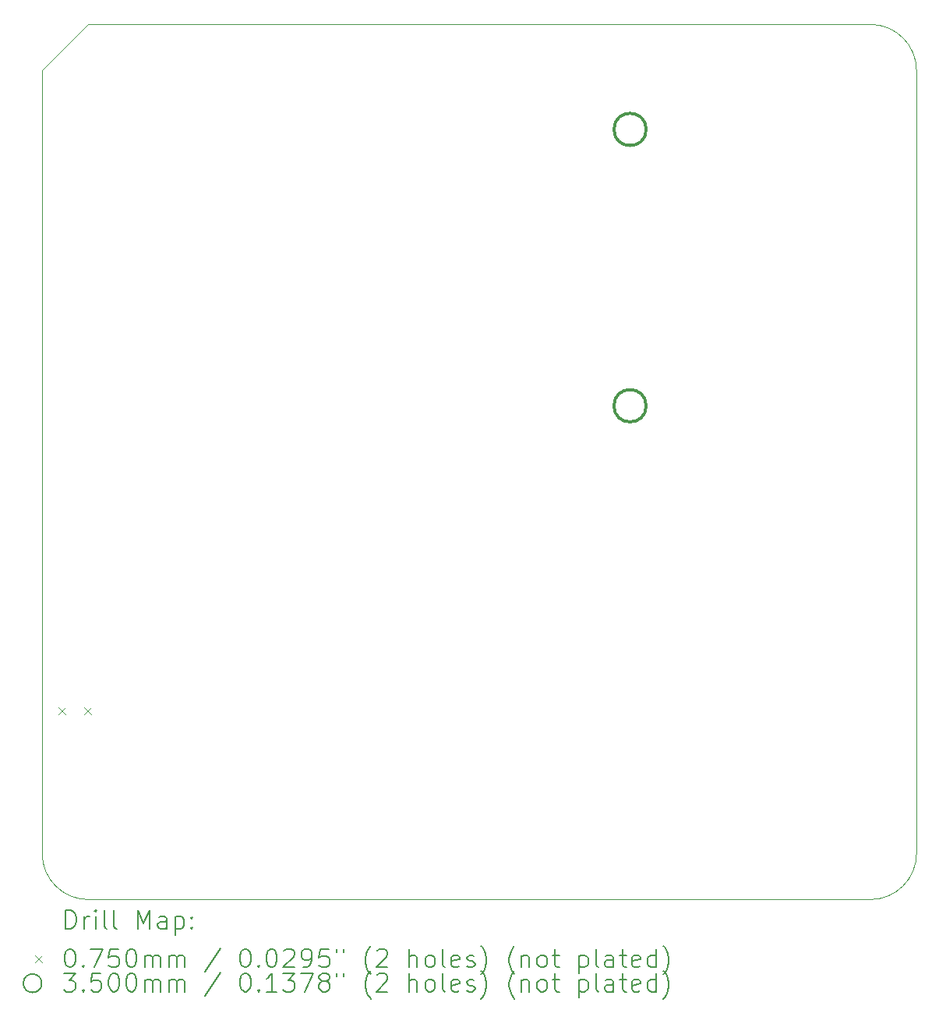
<source format=gbr>
%TF.GenerationSoftware,KiCad,Pcbnew,7.0.7*%
%TF.CreationDate,2024-05-08T11:13:58-07:00*%
%TF.ProjectId,Final_Project_Sutton_Yazzolino,46696e61-6c5f-4507-926f-6a6563745f53,rev?*%
%TF.SameCoordinates,Original*%
%TF.FileFunction,Drillmap*%
%TF.FilePolarity,Positive*%
%FSLAX45Y45*%
G04 Gerber Fmt 4.5, Leading zero omitted, Abs format (unit mm)*
G04 Created by KiCad (PCBNEW 7.0.7) date 2024-05-08 11:13:58*
%MOMM*%
%LPD*%
G01*
G04 APERTURE LIST*
%ADD10C,0.100000*%
%ADD11C,0.200000*%
%ADD12C,0.075000*%
%ADD13C,0.350000*%
G04 APERTURE END LIST*
D10*
X19000000Y-5000000D02*
X10500000Y-5000000D01*
X19500000Y-5500000D02*
G75*
G03*
X19000000Y-5000000I-500000J0D01*
G01*
X10500000Y-5000000D02*
X10000000Y-5500000D01*
X19500000Y-14000000D02*
X19500000Y-5500000D01*
X19000000Y-14500000D02*
G75*
G03*
X19500000Y-14000000I0J500000D01*
G01*
X10000000Y-14000000D02*
G75*
G03*
X10500000Y-14500000I500000J0D01*
G01*
X10000000Y-5500000D02*
X10000000Y-14000000D01*
X10500000Y-14500000D02*
X19000000Y-14500000D01*
D11*
D12*
X10180000Y-12415000D02*
X10255000Y-12490000D01*
X10255000Y-12415000D02*
X10180000Y-12490000D01*
X10455000Y-12415000D02*
X10530000Y-12490000D01*
X10530000Y-12415000D02*
X10455000Y-12490000D01*
D13*
X16562500Y-6140000D02*
G75*
G03*
X16562500Y-6140000I-175000J0D01*
G01*
X16562500Y-9140000D02*
G75*
G03*
X16562500Y-9140000I-175000J0D01*
G01*
D11*
X10255777Y-14816484D02*
X10255777Y-14616484D01*
X10255777Y-14616484D02*
X10303396Y-14616484D01*
X10303396Y-14616484D02*
X10331967Y-14626008D01*
X10331967Y-14626008D02*
X10351015Y-14645055D01*
X10351015Y-14645055D02*
X10360539Y-14664103D01*
X10360539Y-14664103D02*
X10370063Y-14702198D01*
X10370063Y-14702198D02*
X10370063Y-14730769D01*
X10370063Y-14730769D02*
X10360539Y-14768865D01*
X10360539Y-14768865D02*
X10351015Y-14787912D01*
X10351015Y-14787912D02*
X10331967Y-14806960D01*
X10331967Y-14806960D02*
X10303396Y-14816484D01*
X10303396Y-14816484D02*
X10255777Y-14816484D01*
X10455777Y-14816484D02*
X10455777Y-14683150D01*
X10455777Y-14721246D02*
X10465301Y-14702198D01*
X10465301Y-14702198D02*
X10474824Y-14692674D01*
X10474824Y-14692674D02*
X10493872Y-14683150D01*
X10493872Y-14683150D02*
X10512920Y-14683150D01*
X10579586Y-14816484D02*
X10579586Y-14683150D01*
X10579586Y-14616484D02*
X10570063Y-14626008D01*
X10570063Y-14626008D02*
X10579586Y-14635531D01*
X10579586Y-14635531D02*
X10589110Y-14626008D01*
X10589110Y-14626008D02*
X10579586Y-14616484D01*
X10579586Y-14616484D02*
X10579586Y-14635531D01*
X10703396Y-14816484D02*
X10684348Y-14806960D01*
X10684348Y-14806960D02*
X10674824Y-14787912D01*
X10674824Y-14787912D02*
X10674824Y-14616484D01*
X10808158Y-14816484D02*
X10789110Y-14806960D01*
X10789110Y-14806960D02*
X10779586Y-14787912D01*
X10779586Y-14787912D02*
X10779586Y-14616484D01*
X11036729Y-14816484D02*
X11036729Y-14616484D01*
X11036729Y-14616484D02*
X11103396Y-14759341D01*
X11103396Y-14759341D02*
X11170063Y-14616484D01*
X11170063Y-14616484D02*
X11170063Y-14816484D01*
X11351015Y-14816484D02*
X11351015Y-14711722D01*
X11351015Y-14711722D02*
X11341491Y-14692674D01*
X11341491Y-14692674D02*
X11322443Y-14683150D01*
X11322443Y-14683150D02*
X11284348Y-14683150D01*
X11284348Y-14683150D02*
X11265301Y-14692674D01*
X11351015Y-14806960D02*
X11331967Y-14816484D01*
X11331967Y-14816484D02*
X11284348Y-14816484D01*
X11284348Y-14816484D02*
X11265301Y-14806960D01*
X11265301Y-14806960D02*
X11255777Y-14787912D01*
X11255777Y-14787912D02*
X11255777Y-14768865D01*
X11255777Y-14768865D02*
X11265301Y-14749817D01*
X11265301Y-14749817D02*
X11284348Y-14740293D01*
X11284348Y-14740293D02*
X11331967Y-14740293D01*
X11331967Y-14740293D02*
X11351015Y-14730769D01*
X11446253Y-14683150D02*
X11446253Y-14883150D01*
X11446253Y-14692674D02*
X11465301Y-14683150D01*
X11465301Y-14683150D02*
X11503396Y-14683150D01*
X11503396Y-14683150D02*
X11522443Y-14692674D01*
X11522443Y-14692674D02*
X11531967Y-14702198D01*
X11531967Y-14702198D02*
X11541491Y-14721246D01*
X11541491Y-14721246D02*
X11541491Y-14778388D01*
X11541491Y-14778388D02*
X11531967Y-14797436D01*
X11531967Y-14797436D02*
X11522443Y-14806960D01*
X11522443Y-14806960D02*
X11503396Y-14816484D01*
X11503396Y-14816484D02*
X11465301Y-14816484D01*
X11465301Y-14816484D02*
X11446253Y-14806960D01*
X11627205Y-14797436D02*
X11636729Y-14806960D01*
X11636729Y-14806960D02*
X11627205Y-14816484D01*
X11627205Y-14816484D02*
X11617682Y-14806960D01*
X11617682Y-14806960D02*
X11627205Y-14797436D01*
X11627205Y-14797436D02*
X11627205Y-14816484D01*
X11627205Y-14692674D02*
X11636729Y-14702198D01*
X11636729Y-14702198D02*
X11627205Y-14711722D01*
X11627205Y-14711722D02*
X11617682Y-14702198D01*
X11617682Y-14702198D02*
X11627205Y-14692674D01*
X11627205Y-14692674D02*
X11627205Y-14711722D01*
D12*
X9920000Y-15107500D02*
X9995000Y-15182500D01*
X9995000Y-15107500D02*
X9920000Y-15182500D01*
D11*
X10293872Y-15036484D02*
X10312920Y-15036484D01*
X10312920Y-15036484D02*
X10331967Y-15046008D01*
X10331967Y-15046008D02*
X10341491Y-15055531D01*
X10341491Y-15055531D02*
X10351015Y-15074579D01*
X10351015Y-15074579D02*
X10360539Y-15112674D01*
X10360539Y-15112674D02*
X10360539Y-15160293D01*
X10360539Y-15160293D02*
X10351015Y-15198388D01*
X10351015Y-15198388D02*
X10341491Y-15217436D01*
X10341491Y-15217436D02*
X10331967Y-15226960D01*
X10331967Y-15226960D02*
X10312920Y-15236484D01*
X10312920Y-15236484D02*
X10293872Y-15236484D01*
X10293872Y-15236484D02*
X10274824Y-15226960D01*
X10274824Y-15226960D02*
X10265301Y-15217436D01*
X10265301Y-15217436D02*
X10255777Y-15198388D01*
X10255777Y-15198388D02*
X10246253Y-15160293D01*
X10246253Y-15160293D02*
X10246253Y-15112674D01*
X10246253Y-15112674D02*
X10255777Y-15074579D01*
X10255777Y-15074579D02*
X10265301Y-15055531D01*
X10265301Y-15055531D02*
X10274824Y-15046008D01*
X10274824Y-15046008D02*
X10293872Y-15036484D01*
X10446253Y-15217436D02*
X10455777Y-15226960D01*
X10455777Y-15226960D02*
X10446253Y-15236484D01*
X10446253Y-15236484D02*
X10436729Y-15226960D01*
X10436729Y-15226960D02*
X10446253Y-15217436D01*
X10446253Y-15217436D02*
X10446253Y-15236484D01*
X10522444Y-15036484D02*
X10655777Y-15036484D01*
X10655777Y-15036484D02*
X10570063Y-15236484D01*
X10827205Y-15036484D02*
X10731967Y-15036484D01*
X10731967Y-15036484D02*
X10722444Y-15131722D01*
X10722444Y-15131722D02*
X10731967Y-15122198D01*
X10731967Y-15122198D02*
X10751015Y-15112674D01*
X10751015Y-15112674D02*
X10798634Y-15112674D01*
X10798634Y-15112674D02*
X10817682Y-15122198D01*
X10817682Y-15122198D02*
X10827205Y-15131722D01*
X10827205Y-15131722D02*
X10836729Y-15150769D01*
X10836729Y-15150769D02*
X10836729Y-15198388D01*
X10836729Y-15198388D02*
X10827205Y-15217436D01*
X10827205Y-15217436D02*
X10817682Y-15226960D01*
X10817682Y-15226960D02*
X10798634Y-15236484D01*
X10798634Y-15236484D02*
X10751015Y-15236484D01*
X10751015Y-15236484D02*
X10731967Y-15226960D01*
X10731967Y-15226960D02*
X10722444Y-15217436D01*
X10960539Y-15036484D02*
X10979586Y-15036484D01*
X10979586Y-15036484D02*
X10998634Y-15046008D01*
X10998634Y-15046008D02*
X11008158Y-15055531D01*
X11008158Y-15055531D02*
X11017682Y-15074579D01*
X11017682Y-15074579D02*
X11027205Y-15112674D01*
X11027205Y-15112674D02*
X11027205Y-15160293D01*
X11027205Y-15160293D02*
X11017682Y-15198388D01*
X11017682Y-15198388D02*
X11008158Y-15217436D01*
X11008158Y-15217436D02*
X10998634Y-15226960D01*
X10998634Y-15226960D02*
X10979586Y-15236484D01*
X10979586Y-15236484D02*
X10960539Y-15236484D01*
X10960539Y-15236484D02*
X10941491Y-15226960D01*
X10941491Y-15226960D02*
X10931967Y-15217436D01*
X10931967Y-15217436D02*
X10922444Y-15198388D01*
X10922444Y-15198388D02*
X10912920Y-15160293D01*
X10912920Y-15160293D02*
X10912920Y-15112674D01*
X10912920Y-15112674D02*
X10922444Y-15074579D01*
X10922444Y-15074579D02*
X10931967Y-15055531D01*
X10931967Y-15055531D02*
X10941491Y-15046008D01*
X10941491Y-15046008D02*
X10960539Y-15036484D01*
X11112920Y-15236484D02*
X11112920Y-15103150D01*
X11112920Y-15122198D02*
X11122444Y-15112674D01*
X11122444Y-15112674D02*
X11141491Y-15103150D01*
X11141491Y-15103150D02*
X11170063Y-15103150D01*
X11170063Y-15103150D02*
X11189110Y-15112674D01*
X11189110Y-15112674D02*
X11198634Y-15131722D01*
X11198634Y-15131722D02*
X11198634Y-15236484D01*
X11198634Y-15131722D02*
X11208158Y-15112674D01*
X11208158Y-15112674D02*
X11227205Y-15103150D01*
X11227205Y-15103150D02*
X11255777Y-15103150D01*
X11255777Y-15103150D02*
X11274824Y-15112674D01*
X11274824Y-15112674D02*
X11284348Y-15131722D01*
X11284348Y-15131722D02*
X11284348Y-15236484D01*
X11379586Y-15236484D02*
X11379586Y-15103150D01*
X11379586Y-15122198D02*
X11389110Y-15112674D01*
X11389110Y-15112674D02*
X11408158Y-15103150D01*
X11408158Y-15103150D02*
X11436729Y-15103150D01*
X11436729Y-15103150D02*
X11455777Y-15112674D01*
X11455777Y-15112674D02*
X11465301Y-15131722D01*
X11465301Y-15131722D02*
X11465301Y-15236484D01*
X11465301Y-15131722D02*
X11474824Y-15112674D01*
X11474824Y-15112674D02*
X11493872Y-15103150D01*
X11493872Y-15103150D02*
X11522443Y-15103150D01*
X11522443Y-15103150D02*
X11541491Y-15112674D01*
X11541491Y-15112674D02*
X11551015Y-15131722D01*
X11551015Y-15131722D02*
X11551015Y-15236484D01*
X11941491Y-15026960D02*
X11770063Y-15284103D01*
X12198634Y-15036484D02*
X12217682Y-15036484D01*
X12217682Y-15036484D02*
X12236729Y-15046008D01*
X12236729Y-15046008D02*
X12246253Y-15055531D01*
X12246253Y-15055531D02*
X12255777Y-15074579D01*
X12255777Y-15074579D02*
X12265301Y-15112674D01*
X12265301Y-15112674D02*
X12265301Y-15160293D01*
X12265301Y-15160293D02*
X12255777Y-15198388D01*
X12255777Y-15198388D02*
X12246253Y-15217436D01*
X12246253Y-15217436D02*
X12236729Y-15226960D01*
X12236729Y-15226960D02*
X12217682Y-15236484D01*
X12217682Y-15236484D02*
X12198634Y-15236484D01*
X12198634Y-15236484D02*
X12179586Y-15226960D01*
X12179586Y-15226960D02*
X12170063Y-15217436D01*
X12170063Y-15217436D02*
X12160539Y-15198388D01*
X12160539Y-15198388D02*
X12151015Y-15160293D01*
X12151015Y-15160293D02*
X12151015Y-15112674D01*
X12151015Y-15112674D02*
X12160539Y-15074579D01*
X12160539Y-15074579D02*
X12170063Y-15055531D01*
X12170063Y-15055531D02*
X12179586Y-15046008D01*
X12179586Y-15046008D02*
X12198634Y-15036484D01*
X12351015Y-15217436D02*
X12360539Y-15226960D01*
X12360539Y-15226960D02*
X12351015Y-15236484D01*
X12351015Y-15236484D02*
X12341491Y-15226960D01*
X12341491Y-15226960D02*
X12351015Y-15217436D01*
X12351015Y-15217436D02*
X12351015Y-15236484D01*
X12484348Y-15036484D02*
X12503396Y-15036484D01*
X12503396Y-15036484D02*
X12522444Y-15046008D01*
X12522444Y-15046008D02*
X12531967Y-15055531D01*
X12531967Y-15055531D02*
X12541491Y-15074579D01*
X12541491Y-15074579D02*
X12551015Y-15112674D01*
X12551015Y-15112674D02*
X12551015Y-15160293D01*
X12551015Y-15160293D02*
X12541491Y-15198388D01*
X12541491Y-15198388D02*
X12531967Y-15217436D01*
X12531967Y-15217436D02*
X12522444Y-15226960D01*
X12522444Y-15226960D02*
X12503396Y-15236484D01*
X12503396Y-15236484D02*
X12484348Y-15236484D01*
X12484348Y-15236484D02*
X12465301Y-15226960D01*
X12465301Y-15226960D02*
X12455777Y-15217436D01*
X12455777Y-15217436D02*
X12446253Y-15198388D01*
X12446253Y-15198388D02*
X12436729Y-15160293D01*
X12436729Y-15160293D02*
X12436729Y-15112674D01*
X12436729Y-15112674D02*
X12446253Y-15074579D01*
X12446253Y-15074579D02*
X12455777Y-15055531D01*
X12455777Y-15055531D02*
X12465301Y-15046008D01*
X12465301Y-15046008D02*
X12484348Y-15036484D01*
X12627206Y-15055531D02*
X12636729Y-15046008D01*
X12636729Y-15046008D02*
X12655777Y-15036484D01*
X12655777Y-15036484D02*
X12703396Y-15036484D01*
X12703396Y-15036484D02*
X12722444Y-15046008D01*
X12722444Y-15046008D02*
X12731967Y-15055531D01*
X12731967Y-15055531D02*
X12741491Y-15074579D01*
X12741491Y-15074579D02*
X12741491Y-15093627D01*
X12741491Y-15093627D02*
X12731967Y-15122198D01*
X12731967Y-15122198D02*
X12617682Y-15236484D01*
X12617682Y-15236484D02*
X12741491Y-15236484D01*
X12836729Y-15236484D02*
X12874825Y-15236484D01*
X12874825Y-15236484D02*
X12893872Y-15226960D01*
X12893872Y-15226960D02*
X12903396Y-15217436D01*
X12903396Y-15217436D02*
X12922444Y-15188865D01*
X12922444Y-15188865D02*
X12931967Y-15150769D01*
X12931967Y-15150769D02*
X12931967Y-15074579D01*
X12931967Y-15074579D02*
X12922444Y-15055531D01*
X12922444Y-15055531D02*
X12912920Y-15046008D01*
X12912920Y-15046008D02*
X12893872Y-15036484D01*
X12893872Y-15036484D02*
X12855777Y-15036484D01*
X12855777Y-15036484D02*
X12836729Y-15046008D01*
X12836729Y-15046008D02*
X12827206Y-15055531D01*
X12827206Y-15055531D02*
X12817682Y-15074579D01*
X12817682Y-15074579D02*
X12817682Y-15122198D01*
X12817682Y-15122198D02*
X12827206Y-15141246D01*
X12827206Y-15141246D02*
X12836729Y-15150769D01*
X12836729Y-15150769D02*
X12855777Y-15160293D01*
X12855777Y-15160293D02*
X12893872Y-15160293D01*
X12893872Y-15160293D02*
X12912920Y-15150769D01*
X12912920Y-15150769D02*
X12922444Y-15141246D01*
X12922444Y-15141246D02*
X12931967Y-15122198D01*
X13112920Y-15036484D02*
X13017682Y-15036484D01*
X13017682Y-15036484D02*
X13008158Y-15131722D01*
X13008158Y-15131722D02*
X13017682Y-15122198D01*
X13017682Y-15122198D02*
X13036729Y-15112674D01*
X13036729Y-15112674D02*
X13084348Y-15112674D01*
X13084348Y-15112674D02*
X13103396Y-15122198D01*
X13103396Y-15122198D02*
X13112920Y-15131722D01*
X13112920Y-15131722D02*
X13122444Y-15150769D01*
X13122444Y-15150769D02*
X13122444Y-15198388D01*
X13122444Y-15198388D02*
X13112920Y-15217436D01*
X13112920Y-15217436D02*
X13103396Y-15226960D01*
X13103396Y-15226960D02*
X13084348Y-15236484D01*
X13084348Y-15236484D02*
X13036729Y-15236484D01*
X13036729Y-15236484D02*
X13017682Y-15226960D01*
X13017682Y-15226960D02*
X13008158Y-15217436D01*
X13198634Y-15036484D02*
X13198634Y-15074579D01*
X13274825Y-15036484D02*
X13274825Y-15074579D01*
X13570063Y-15312674D02*
X13560539Y-15303150D01*
X13560539Y-15303150D02*
X13541491Y-15274579D01*
X13541491Y-15274579D02*
X13531968Y-15255531D01*
X13531968Y-15255531D02*
X13522444Y-15226960D01*
X13522444Y-15226960D02*
X13512920Y-15179341D01*
X13512920Y-15179341D02*
X13512920Y-15141246D01*
X13512920Y-15141246D02*
X13522444Y-15093627D01*
X13522444Y-15093627D02*
X13531968Y-15065055D01*
X13531968Y-15065055D02*
X13541491Y-15046008D01*
X13541491Y-15046008D02*
X13560539Y-15017436D01*
X13560539Y-15017436D02*
X13570063Y-15007912D01*
X13636729Y-15055531D02*
X13646253Y-15046008D01*
X13646253Y-15046008D02*
X13665301Y-15036484D01*
X13665301Y-15036484D02*
X13712920Y-15036484D01*
X13712920Y-15036484D02*
X13731968Y-15046008D01*
X13731968Y-15046008D02*
X13741491Y-15055531D01*
X13741491Y-15055531D02*
X13751015Y-15074579D01*
X13751015Y-15074579D02*
X13751015Y-15093627D01*
X13751015Y-15093627D02*
X13741491Y-15122198D01*
X13741491Y-15122198D02*
X13627206Y-15236484D01*
X13627206Y-15236484D02*
X13751015Y-15236484D01*
X13989110Y-15236484D02*
X13989110Y-15036484D01*
X14074825Y-15236484D02*
X14074825Y-15131722D01*
X14074825Y-15131722D02*
X14065301Y-15112674D01*
X14065301Y-15112674D02*
X14046253Y-15103150D01*
X14046253Y-15103150D02*
X14017682Y-15103150D01*
X14017682Y-15103150D02*
X13998634Y-15112674D01*
X13998634Y-15112674D02*
X13989110Y-15122198D01*
X14198634Y-15236484D02*
X14179587Y-15226960D01*
X14179587Y-15226960D02*
X14170063Y-15217436D01*
X14170063Y-15217436D02*
X14160539Y-15198388D01*
X14160539Y-15198388D02*
X14160539Y-15141246D01*
X14160539Y-15141246D02*
X14170063Y-15122198D01*
X14170063Y-15122198D02*
X14179587Y-15112674D01*
X14179587Y-15112674D02*
X14198634Y-15103150D01*
X14198634Y-15103150D02*
X14227206Y-15103150D01*
X14227206Y-15103150D02*
X14246253Y-15112674D01*
X14246253Y-15112674D02*
X14255777Y-15122198D01*
X14255777Y-15122198D02*
X14265301Y-15141246D01*
X14265301Y-15141246D02*
X14265301Y-15198388D01*
X14265301Y-15198388D02*
X14255777Y-15217436D01*
X14255777Y-15217436D02*
X14246253Y-15226960D01*
X14246253Y-15226960D02*
X14227206Y-15236484D01*
X14227206Y-15236484D02*
X14198634Y-15236484D01*
X14379587Y-15236484D02*
X14360539Y-15226960D01*
X14360539Y-15226960D02*
X14351015Y-15207912D01*
X14351015Y-15207912D02*
X14351015Y-15036484D01*
X14531968Y-15226960D02*
X14512920Y-15236484D01*
X14512920Y-15236484D02*
X14474825Y-15236484D01*
X14474825Y-15236484D02*
X14455777Y-15226960D01*
X14455777Y-15226960D02*
X14446253Y-15207912D01*
X14446253Y-15207912D02*
X14446253Y-15131722D01*
X14446253Y-15131722D02*
X14455777Y-15112674D01*
X14455777Y-15112674D02*
X14474825Y-15103150D01*
X14474825Y-15103150D02*
X14512920Y-15103150D01*
X14512920Y-15103150D02*
X14531968Y-15112674D01*
X14531968Y-15112674D02*
X14541491Y-15131722D01*
X14541491Y-15131722D02*
X14541491Y-15150769D01*
X14541491Y-15150769D02*
X14446253Y-15169817D01*
X14617682Y-15226960D02*
X14636730Y-15236484D01*
X14636730Y-15236484D02*
X14674825Y-15236484D01*
X14674825Y-15236484D02*
X14693872Y-15226960D01*
X14693872Y-15226960D02*
X14703396Y-15207912D01*
X14703396Y-15207912D02*
X14703396Y-15198388D01*
X14703396Y-15198388D02*
X14693872Y-15179341D01*
X14693872Y-15179341D02*
X14674825Y-15169817D01*
X14674825Y-15169817D02*
X14646253Y-15169817D01*
X14646253Y-15169817D02*
X14627206Y-15160293D01*
X14627206Y-15160293D02*
X14617682Y-15141246D01*
X14617682Y-15141246D02*
X14617682Y-15131722D01*
X14617682Y-15131722D02*
X14627206Y-15112674D01*
X14627206Y-15112674D02*
X14646253Y-15103150D01*
X14646253Y-15103150D02*
X14674825Y-15103150D01*
X14674825Y-15103150D02*
X14693872Y-15112674D01*
X14770063Y-15312674D02*
X14779587Y-15303150D01*
X14779587Y-15303150D02*
X14798634Y-15274579D01*
X14798634Y-15274579D02*
X14808158Y-15255531D01*
X14808158Y-15255531D02*
X14817682Y-15226960D01*
X14817682Y-15226960D02*
X14827206Y-15179341D01*
X14827206Y-15179341D02*
X14827206Y-15141246D01*
X14827206Y-15141246D02*
X14817682Y-15093627D01*
X14817682Y-15093627D02*
X14808158Y-15065055D01*
X14808158Y-15065055D02*
X14798634Y-15046008D01*
X14798634Y-15046008D02*
X14779587Y-15017436D01*
X14779587Y-15017436D02*
X14770063Y-15007912D01*
X15131968Y-15312674D02*
X15122444Y-15303150D01*
X15122444Y-15303150D02*
X15103396Y-15274579D01*
X15103396Y-15274579D02*
X15093872Y-15255531D01*
X15093872Y-15255531D02*
X15084349Y-15226960D01*
X15084349Y-15226960D02*
X15074825Y-15179341D01*
X15074825Y-15179341D02*
X15074825Y-15141246D01*
X15074825Y-15141246D02*
X15084349Y-15093627D01*
X15084349Y-15093627D02*
X15093872Y-15065055D01*
X15093872Y-15065055D02*
X15103396Y-15046008D01*
X15103396Y-15046008D02*
X15122444Y-15017436D01*
X15122444Y-15017436D02*
X15131968Y-15007912D01*
X15208158Y-15103150D02*
X15208158Y-15236484D01*
X15208158Y-15122198D02*
X15217682Y-15112674D01*
X15217682Y-15112674D02*
X15236730Y-15103150D01*
X15236730Y-15103150D02*
X15265301Y-15103150D01*
X15265301Y-15103150D02*
X15284349Y-15112674D01*
X15284349Y-15112674D02*
X15293872Y-15131722D01*
X15293872Y-15131722D02*
X15293872Y-15236484D01*
X15417682Y-15236484D02*
X15398634Y-15226960D01*
X15398634Y-15226960D02*
X15389111Y-15217436D01*
X15389111Y-15217436D02*
X15379587Y-15198388D01*
X15379587Y-15198388D02*
X15379587Y-15141246D01*
X15379587Y-15141246D02*
X15389111Y-15122198D01*
X15389111Y-15122198D02*
X15398634Y-15112674D01*
X15398634Y-15112674D02*
X15417682Y-15103150D01*
X15417682Y-15103150D02*
X15446253Y-15103150D01*
X15446253Y-15103150D02*
X15465301Y-15112674D01*
X15465301Y-15112674D02*
X15474825Y-15122198D01*
X15474825Y-15122198D02*
X15484349Y-15141246D01*
X15484349Y-15141246D02*
X15484349Y-15198388D01*
X15484349Y-15198388D02*
X15474825Y-15217436D01*
X15474825Y-15217436D02*
X15465301Y-15226960D01*
X15465301Y-15226960D02*
X15446253Y-15236484D01*
X15446253Y-15236484D02*
X15417682Y-15236484D01*
X15541492Y-15103150D02*
X15617682Y-15103150D01*
X15570063Y-15036484D02*
X15570063Y-15207912D01*
X15570063Y-15207912D02*
X15579587Y-15226960D01*
X15579587Y-15226960D02*
X15598634Y-15236484D01*
X15598634Y-15236484D02*
X15617682Y-15236484D01*
X15836730Y-15103150D02*
X15836730Y-15303150D01*
X15836730Y-15112674D02*
X15855777Y-15103150D01*
X15855777Y-15103150D02*
X15893873Y-15103150D01*
X15893873Y-15103150D02*
X15912920Y-15112674D01*
X15912920Y-15112674D02*
X15922444Y-15122198D01*
X15922444Y-15122198D02*
X15931968Y-15141246D01*
X15931968Y-15141246D02*
X15931968Y-15198388D01*
X15931968Y-15198388D02*
X15922444Y-15217436D01*
X15922444Y-15217436D02*
X15912920Y-15226960D01*
X15912920Y-15226960D02*
X15893873Y-15236484D01*
X15893873Y-15236484D02*
X15855777Y-15236484D01*
X15855777Y-15236484D02*
X15836730Y-15226960D01*
X16046253Y-15236484D02*
X16027206Y-15226960D01*
X16027206Y-15226960D02*
X16017682Y-15207912D01*
X16017682Y-15207912D02*
X16017682Y-15036484D01*
X16208158Y-15236484D02*
X16208158Y-15131722D01*
X16208158Y-15131722D02*
X16198634Y-15112674D01*
X16198634Y-15112674D02*
X16179587Y-15103150D01*
X16179587Y-15103150D02*
X16141492Y-15103150D01*
X16141492Y-15103150D02*
X16122444Y-15112674D01*
X16208158Y-15226960D02*
X16189111Y-15236484D01*
X16189111Y-15236484D02*
X16141492Y-15236484D01*
X16141492Y-15236484D02*
X16122444Y-15226960D01*
X16122444Y-15226960D02*
X16112920Y-15207912D01*
X16112920Y-15207912D02*
X16112920Y-15188865D01*
X16112920Y-15188865D02*
X16122444Y-15169817D01*
X16122444Y-15169817D02*
X16141492Y-15160293D01*
X16141492Y-15160293D02*
X16189111Y-15160293D01*
X16189111Y-15160293D02*
X16208158Y-15150769D01*
X16274825Y-15103150D02*
X16351015Y-15103150D01*
X16303396Y-15036484D02*
X16303396Y-15207912D01*
X16303396Y-15207912D02*
X16312920Y-15226960D01*
X16312920Y-15226960D02*
X16331968Y-15236484D01*
X16331968Y-15236484D02*
X16351015Y-15236484D01*
X16493873Y-15226960D02*
X16474825Y-15236484D01*
X16474825Y-15236484D02*
X16436730Y-15236484D01*
X16436730Y-15236484D02*
X16417682Y-15226960D01*
X16417682Y-15226960D02*
X16408158Y-15207912D01*
X16408158Y-15207912D02*
X16408158Y-15131722D01*
X16408158Y-15131722D02*
X16417682Y-15112674D01*
X16417682Y-15112674D02*
X16436730Y-15103150D01*
X16436730Y-15103150D02*
X16474825Y-15103150D01*
X16474825Y-15103150D02*
X16493873Y-15112674D01*
X16493873Y-15112674D02*
X16503396Y-15131722D01*
X16503396Y-15131722D02*
X16503396Y-15150769D01*
X16503396Y-15150769D02*
X16408158Y-15169817D01*
X16674825Y-15236484D02*
X16674825Y-15036484D01*
X16674825Y-15226960D02*
X16655777Y-15236484D01*
X16655777Y-15236484D02*
X16617682Y-15236484D01*
X16617682Y-15236484D02*
X16598634Y-15226960D01*
X16598634Y-15226960D02*
X16589111Y-15217436D01*
X16589111Y-15217436D02*
X16579587Y-15198388D01*
X16579587Y-15198388D02*
X16579587Y-15141246D01*
X16579587Y-15141246D02*
X16589111Y-15122198D01*
X16589111Y-15122198D02*
X16598634Y-15112674D01*
X16598634Y-15112674D02*
X16617682Y-15103150D01*
X16617682Y-15103150D02*
X16655777Y-15103150D01*
X16655777Y-15103150D02*
X16674825Y-15112674D01*
X16751015Y-15312674D02*
X16760539Y-15303150D01*
X16760539Y-15303150D02*
X16779587Y-15274579D01*
X16779587Y-15274579D02*
X16789111Y-15255531D01*
X16789111Y-15255531D02*
X16798635Y-15226960D01*
X16798635Y-15226960D02*
X16808158Y-15179341D01*
X16808158Y-15179341D02*
X16808158Y-15141246D01*
X16808158Y-15141246D02*
X16798635Y-15093627D01*
X16798635Y-15093627D02*
X16789111Y-15065055D01*
X16789111Y-15065055D02*
X16779587Y-15046008D01*
X16779587Y-15046008D02*
X16760539Y-15017436D01*
X16760539Y-15017436D02*
X16751015Y-15007912D01*
X9995000Y-15409000D02*
G75*
G03*
X9995000Y-15409000I-100000J0D01*
G01*
X10236729Y-15300484D02*
X10360539Y-15300484D01*
X10360539Y-15300484D02*
X10293872Y-15376674D01*
X10293872Y-15376674D02*
X10322444Y-15376674D01*
X10322444Y-15376674D02*
X10341491Y-15386198D01*
X10341491Y-15386198D02*
X10351015Y-15395722D01*
X10351015Y-15395722D02*
X10360539Y-15414769D01*
X10360539Y-15414769D02*
X10360539Y-15462388D01*
X10360539Y-15462388D02*
X10351015Y-15481436D01*
X10351015Y-15481436D02*
X10341491Y-15490960D01*
X10341491Y-15490960D02*
X10322444Y-15500484D01*
X10322444Y-15500484D02*
X10265301Y-15500484D01*
X10265301Y-15500484D02*
X10246253Y-15490960D01*
X10246253Y-15490960D02*
X10236729Y-15481436D01*
X10446253Y-15481436D02*
X10455777Y-15490960D01*
X10455777Y-15490960D02*
X10446253Y-15500484D01*
X10446253Y-15500484D02*
X10436729Y-15490960D01*
X10436729Y-15490960D02*
X10446253Y-15481436D01*
X10446253Y-15481436D02*
X10446253Y-15500484D01*
X10636729Y-15300484D02*
X10541491Y-15300484D01*
X10541491Y-15300484D02*
X10531967Y-15395722D01*
X10531967Y-15395722D02*
X10541491Y-15386198D01*
X10541491Y-15386198D02*
X10560539Y-15376674D01*
X10560539Y-15376674D02*
X10608158Y-15376674D01*
X10608158Y-15376674D02*
X10627205Y-15386198D01*
X10627205Y-15386198D02*
X10636729Y-15395722D01*
X10636729Y-15395722D02*
X10646253Y-15414769D01*
X10646253Y-15414769D02*
X10646253Y-15462388D01*
X10646253Y-15462388D02*
X10636729Y-15481436D01*
X10636729Y-15481436D02*
X10627205Y-15490960D01*
X10627205Y-15490960D02*
X10608158Y-15500484D01*
X10608158Y-15500484D02*
X10560539Y-15500484D01*
X10560539Y-15500484D02*
X10541491Y-15490960D01*
X10541491Y-15490960D02*
X10531967Y-15481436D01*
X10770063Y-15300484D02*
X10789110Y-15300484D01*
X10789110Y-15300484D02*
X10808158Y-15310008D01*
X10808158Y-15310008D02*
X10817682Y-15319531D01*
X10817682Y-15319531D02*
X10827205Y-15338579D01*
X10827205Y-15338579D02*
X10836729Y-15376674D01*
X10836729Y-15376674D02*
X10836729Y-15424293D01*
X10836729Y-15424293D02*
X10827205Y-15462388D01*
X10827205Y-15462388D02*
X10817682Y-15481436D01*
X10817682Y-15481436D02*
X10808158Y-15490960D01*
X10808158Y-15490960D02*
X10789110Y-15500484D01*
X10789110Y-15500484D02*
X10770063Y-15500484D01*
X10770063Y-15500484D02*
X10751015Y-15490960D01*
X10751015Y-15490960D02*
X10741491Y-15481436D01*
X10741491Y-15481436D02*
X10731967Y-15462388D01*
X10731967Y-15462388D02*
X10722444Y-15424293D01*
X10722444Y-15424293D02*
X10722444Y-15376674D01*
X10722444Y-15376674D02*
X10731967Y-15338579D01*
X10731967Y-15338579D02*
X10741491Y-15319531D01*
X10741491Y-15319531D02*
X10751015Y-15310008D01*
X10751015Y-15310008D02*
X10770063Y-15300484D01*
X10960539Y-15300484D02*
X10979586Y-15300484D01*
X10979586Y-15300484D02*
X10998634Y-15310008D01*
X10998634Y-15310008D02*
X11008158Y-15319531D01*
X11008158Y-15319531D02*
X11017682Y-15338579D01*
X11017682Y-15338579D02*
X11027205Y-15376674D01*
X11027205Y-15376674D02*
X11027205Y-15424293D01*
X11027205Y-15424293D02*
X11017682Y-15462388D01*
X11017682Y-15462388D02*
X11008158Y-15481436D01*
X11008158Y-15481436D02*
X10998634Y-15490960D01*
X10998634Y-15490960D02*
X10979586Y-15500484D01*
X10979586Y-15500484D02*
X10960539Y-15500484D01*
X10960539Y-15500484D02*
X10941491Y-15490960D01*
X10941491Y-15490960D02*
X10931967Y-15481436D01*
X10931967Y-15481436D02*
X10922444Y-15462388D01*
X10922444Y-15462388D02*
X10912920Y-15424293D01*
X10912920Y-15424293D02*
X10912920Y-15376674D01*
X10912920Y-15376674D02*
X10922444Y-15338579D01*
X10922444Y-15338579D02*
X10931967Y-15319531D01*
X10931967Y-15319531D02*
X10941491Y-15310008D01*
X10941491Y-15310008D02*
X10960539Y-15300484D01*
X11112920Y-15500484D02*
X11112920Y-15367150D01*
X11112920Y-15386198D02*
X11122444Y-15376674D01*
X11122444Y-15376674D02*
X11141491Y-15367150D01*
X11141491Y-15367150D02*
X11170063Y-15367150D01*
X11170063Y-15367150D02*
X11189110Y-15376674D01*
X11189110Y-15376674D02*
X11198634Y-15395722D01*
X11198634Y-15395722D02*
X11198634Y-15500484D01*
X11198634Y-15395722D02*
X11208158Y-15376674D01*
X11208158Y-15376674D02*
X11227205Y-15367150D01*
X11227205Y-15367150D02*
X11255777Y-15367150D01*
X11255777Y-15367150D02*
X11274824Y-15376674D01*
X11274824Y-15376674D02*
X11284348Y-15395722D01*
X11284348Y-15395722D02*
X11284348Y-15500484D01*
X11379586Y-15500484D02*
X11379586Y-15367150D01*
X11379586Y-15386198D02*
X11389110Y-15376674D01*
X11389110Y-15376674D02*
X11408158Y-15367150D01*
X11408158Y-15367150D02*
X11436729Y-15367150D01*
X11436729Y-15367150D02*
X11455777Y-15376674D01*
X11455777Y-15376674D02*
X11465301Y-15395722D01*
X11465301Y-15395722D02*
X11465301Y-15500484D01*
X11465301Y-15395722D02*
X11474824Y-15376674D01*
X11474824Y-15376674D02*
X11493872Y-15367150D01*
X11493872Y-15367150D02*
X11522443Y-15367150D01*
X11522443Y-15367150D02*
X11541491Y-15376674D01*
X11541491Y-15376674D02*
X11551015Y-15395722D01*
X11551015Y-15395722D02*
X11551015Y-15500484D01*
X11941491Y-15290960D02*
X11770063Y-15548103D01*
X12198634Y-15300484D02*
X12217682Y-15300484D01*
X12217682Y-15300484D02*
X12236729Y-15310008D01*
X12236729Y-15310008D02*
X12246253Y-15319531D01*
X12246253Y-15319531D02*
X12255777Y-15338579D01*
X12255777Y-15338579D02*
X12265301Y-15376674D01*
X12265301Y-15376674D02*
X12265301Y-15424293D01*
X12265301Y-15424293D02*
X12255777Y-15462388D01*
X12255777Y-15462388D02*
X12246253Y-15481436D01*
X12246253Y-15481436D02*
X12236729Y-15490960D01*
X12236729Y-15490960D02*
X12217682Y-15500484D01*
X12217682Y-15500484D02*
X12198634Y-15500484D01*
X12198634Y-15500484D02*
X12179586Y-15490960D01*
X12179586Y-15490960D02*
X12170063Y-15481436D01*
X12170063Y-15481436D02*
X12160539Y-15462388D01*
X12160539Y-15462388D02*
X12151015Y-15424293D01*
X12151015Y-15424293D02*
X12151015Y-15376674D01*
X12151015Y-15376674D02*
X12160539Y-15338579D01*
X12160539Y-15338579D02*
X12170063Y-15319531D01*
X12170063Y-15319531D02*
X12179586Y-15310008D01*
X12179586Y-15310008D02*
X12198634Y-15300484D01*
X12351015Y-15481436D02*
X12360539Y-15490960D01*
X12360539Y-15490960D02*
X12351015Y-15500484D01*
X12351015Y-15500484D02*
X12341491Y-15490960D01*
X12341491Y-15490960D02*
X12351015Y-15481436D01*
X12351015Y-15481436D02*
X12351015Y-15500484D01*
X12551015Y-15500484D02*
X12436729Y-15500484D01*
X12493872Y-15500484D02*
X12493872Y-15300484D01*
X12493872Y-15300484D02*
X12474825Y-15329055D01*
X12474825Y-15329055D02*
X12455777Y-15348103D01*
X12455777Y-15348103D02*
X12436729Y-15357627D01*
X12617682Y-15300484D02*
X12741491Y-15300484D01*
X12741491Y-15300484D02*
X12674825Y-15376674D01*
X12674825Y-15376674D02*
X12703396Y-15376674D01*
X12703396Y-15376674D02*
X12722444Y-15386198D01*
X12722444Y-15386198D02*
X12731967Y-15395722D01*
X12731967Y-15395722D02*
X12741491Y-15414769D01*
X12741491Y-15414769D02*
X12741491Y-15462388D01*
X12741491Y-15462388D02*
X12731967Y-15481436D01*
X12731967Y-15481436D02*
X12722444Y-15490960D01*
X12722444Y-15490960D02*
X12703396Y-15500484D01*
X12703396Y-15500484D02*
X12646253Y-15500484D01*
X12646253Y-15500484D02*
X12627206Y-15490960D01*
X12627206Y-15490960D02*
X12617682Y-15481436D01*
X12808158Y-15300484D02*
X12941491Y-15300484D01*
X12941491Y-15300484D02*
X12855777Y-15500484D01*
X13046253Y-15386198D02*
X13027206Y-15376674D01*
X13027206Y-15376674D02*
X13017682Y-15367150D01*
X13017682Y-15367150D02*
X13008158Y-15348103D01*
X13008158Y-15348103D02*
X13008158Y-15338579D01*
X13008158Y-15338579D02*
X13017682Y-15319531D01*
X13017682Y-15319531D02*
X13027206Y-15310008D01*
X13027206Y-15310008D02*
X13046253Y-15300484D01*
X13046253Y-15300484D02*
X13084348Y-15300484D01*
X13084348Y-15300484D02*
X13103396Y-15310008D01*
X13103396Y-15310008D02*
X13112920Y-15319531D01*
X13112920Y-15319531D02*
X13122444Y-15338579D01*
X13122444Y-15338579D02*
X13122444Y-15348103D01*
X13122444Y-15348103D02*
X13112920Y-15367150D01*
X13112920Y-15367150D02*
X13103396Y-15376674D01*
X13103396Y-15376674D02*
X13084348Y-15386198D01*
X13084348Y-15386198D02*
X13046253Y-15386198D01*
X13046253Y-15386198D02*
X13027206Y-15395722D01*
X13027206Y-15395722D02*
X13017682Y-15405246D01*
X13017682Y-15405246D02*
X13008158Y-15424293D01*
X13008158Y-15424293D02*
X13008158Y-15462388D01*
X13008158Y-15462388D02*
X13017682Y-15481436D01*
X13017682Y-15481436D02*
X13027206Y-15490960D01*
X13027206Y-15490960D02*
X13046253Y-15500484D01*
X13046253Y-15500484D02*
X13084348Y-15500484D01*
X13084348Y-15500484D02*
X13103396Y-15490960D01*
X13103396Y-15490960D02*
X13112920Y-15481436D01*
X13112920Y-15481436D02*
X13122444Y-15462388D01*
X13122444Y-15462388D02*
X13122444Y-15424293D01*
X13122444Y-15424293D02*
X13112920Y-15405246D01*
X13112920Y-15405246D02*
X13103396Y-15395722D01*
X13103396Y-15395722D02*
X13084348Y-15386198D01*
X13198634Y-15300484D02*
X13198634Y-15338579D01*
X13274825Y-15300484D02*
X13274825Y-15338579D01*
X13570063Y-15576674D02*
X13560539Y-15567150D01*
X13560539Y-15567150D02*
X13541491Y-15538579D01*
X13541491Y-15538579D02*
X13531968Y-15519531D01*
X13531968Y-15519531D02*
X13522444Y-15490960D01*
X13522444Y-15490960D02*
X13512920Y-15443341D01*
X13512920Y-15443341D02*
X13512920Y-15405246D01*
X13512920Y-15405246D02*
X13522444Y-15357627D01*
X13522444Y-15357627D02*
X13531968Y-15329055D01*
X13531968Y-15329055D02*
X13541491Y-15310008D01*
X13541491Y-15310008D02*
X13560539Y-15281436D01*
X13560539Y-15281436D02*
X13570063Y-15271912D01*
X13636729Y-15319531D02*
X13646253Y-15310008D01*
X13646253Y-15310008D02*
X13665301Y-15300484D01*
X13665301Y-15300484D02*
X13712920Y-15300484D01*
X13712920Y-15300484D02*
X13731968Y-15310008D01*
X13731968Y-15310008D02*
X13741491Y-15319531D01*
X13741491Y-15319531D02*
X13751015Y-15338579D01*
X13751015Y-15338579D02*
X13751015Y-15357627D01*
X13751015Y-15357627D02*
X13741491Y-15386198D01*
X13741491Y-15386198D02*
X13627206Y-15500484D01*
X13627206Y-15500484D02*
X13751015Y-15500484D01*
X13989110Y-15500484D02*
X13989110Y-15300484D01*
X14074825Y-15500484D02*
X14074825Y-15395722D01*
X14074825Y-15395722D02*
X14065301Y-15376674D01*
X14065301Y-15376674D02*
X14046253Y-15367150D01*
X14046253Y-15367150D02*
X14017682Y-15367150D01*
X14017682Y-15367150D02*
X13998634Y-15376674D01*
X13998634Y-15376674D02*
X13989110Y-15386198D01*
X14198634Y-15500484D02*
X14179587Y-15490960D01*
X14179587Y-15490960D02*
X14170063Y-15481436D01*
X14170063Y-15481436D02*
X14160539Y-15462388D01*
X14160539Y-15462388D02*
X14160539Y-15405246D01*
X14160539Y-15405246D02*
X14170063Y-15386198D01*
X14170063Y-15386198D02*
X14179587Y-15376674D01*
X14179587Y-15376674D02*
X14198634Y-15367150D01*
X14198634Y-15367150D02*
X14227206Y-15367150D01*
X14227206Y-15367150D02*
X14246253Y-15376674D01*
X14246253Y-15376674D02*
X14255777Y-15386198D01*
X14255777Y-15386198D02*
X14265301Y-15405246D01*
X14265301Y-15405246D02*
X14265301Y-15462388D01*
X14265301Y-15462388D02*
X14255777Y-15481436D01*
X14255777Y-15481436D02*
X14246253Y-15490960D01*
X14246253Y-15490960D02*
X14227206Y-15500484D01*
X14227206Y-15500484D02*
X14198634Y-15500484D01*
X14379587Y-15500484D02*
X14360539Y-15490960D01*
X14360539Y-15490960D02*
X14351015Y-15471912D01*
X14351015Y-15471912D02*
X14351015Y-15300484D01*
X14531968Y-15490960D02*
X14512920Y-15500484D01*
X14512920Y-15500484D02*
X14474825Y-15500484D01*
X14474825Y-15500484D02*
X14455777Y-15490960D01*
X14455777Y-15490960D02*
X14446253Y-15471912D01*
X14446253Y-15471912D02*
X14446253Y-15395722D01*
X14446253Y-15395722D02*
X14455777Y-15376674D01*
X14455777Y-15376674D02*
X14474825Y-15367150D01*
X14474825Y-15367150D02*
X14512920Y-15367150D01*
X14512920Y-15367150D02*
X14531968Y-15376674D01*
X14531968Y-15376674D02*
X14541491Y-15395722D01*
X14541491Y-15395722D02*
X14541491Y-15414769D01*
X14541491Y-15414769D02*
X14446253Y-15433817D01*
X14617682Y-15490960D02*
X14636730Y-15500484D01*
X14636730Y-15500484D02*
X14674825Y-15500484D01*
X14674825Y-15500484D02*
X14693872Y-15490960D01*
X14693872Y-15490960D02*
X14703396Y-15471912D01*
X14703396Y-15471912D02*
X14703396Y-15462388D01*
X14703396Y-15462388D02*
X14693872Y-15443341D01*
X14693872Y-15443341D02*
X14674825Y-15433817D01*
X14674825Y-15433817D02*
X14646253Y-15433817D01*
X14646253Y-15433817D02*
X14627206Y-15424293D01*
X14627206Y-15424293D02*
X14617682Y-15405246D01*
X14617682Y-15405246D02*
X14617682Y-15395722D01*
X14617682Y-15395722D02*
X14627206Y-15376674D01*
X14627206Y-15376674D02*
X14646253Y-15367150D01*
X14646253Y-15367150D02*
X14674825Y-15367150D01*
X14674825Y-15367150D02*
X14693872Y-15376674D01*
X14770063Y-15576674D02*
X14779587Y-15567150D01*
X14779587Y-15567150D02*
X14798634Y-15538579D01*
X14798634Y-15538579D02*
X14808158Y-15519531D01*
X14808158Y-15519531D02*
X14817682Y-15490960D01*
X14817682Y-15490960D02*
X14827206Y-15443341D01*
X14827206Y-15443341D02*
X14827206Y-15405246D01*
X14827206Y-15405246D02*
X14817682Y-15357627D01*
X14817682Y-15357627D02*
X14808158Y-15329055D01*
X14808158Y-15329055D02*
X14798634Y-15310008D01*
X14798634Y-15310008D02*
X14779587Y-15281436D01*
X14779587Y-15281436D02*
X14770063Y-15271912D01*
X15131968Y-15576674D02*
X15122444Y-15567150D01*
X15122444Y-15567150D02*
X15103396Y-15538579D01*
X15103396Y-15538579D02*
X15093872Y-15519531D01*
X15093872Y-15519531D02*
X15084349Y-15490960D01*
X15084349Y-15490960D02*
X15074825Y-15443341D01*
X15074825Y-15443341D02*
X15074825Y-15405246D01*
X15074825Y-15405246D02*
X15084349Y-15357627D01*
X15084349Y-15357627D02*
X15093872Y-15329055D01*
X15093872Y-15329055D02*
X15103396Y-15310008D01*
X15103396Y-15310008D02*
X15122444Y-15281436D01*
X15122444Y-15281436D02*
X15131968Y-15271912D01*
X15208158Y-15367150D02*
X15208158Y-15500484D01*
X15208158Y-15386198D02*
X15217682Y-15376674D01*
X15217682Y-15376674D02*
X15236730Y-15367150D01*
X15236730Y-15367150D02*
X15265301Y-15367150D01*
X15265301Y-15367150D02*
X15284349Y-15376674D01*
X15284349Y-15376674D02*
X15293872Y-15395722D01*
X15293872Y-15395722D02*
X15293872Y-15500484D01*
X15417682Y-15500484D02*
X15398634Y-15490960D01*
X15398634Y-15490960D02*
X15389111Y-15481436D01*
X15389111Y-15481436D02*
X15379587Y-15462388D01*
X15379587Y-15462388D02*
X15379587Y-15405246D01*
X15379587Y-15405246D02*
X15389111Y-15386198D01*
X15389111Y-15386198D02*
X15398634Y-15376674D01*
X15398634Y-15376674D02*
X15417682Y-15367150D01*
X15417682Y-15367150D02*
X15446253Y-15367150D01*
X15446253Y-15367150D02*
X15465301Y-15376674D01*
X15465301Y-15376674D02*
X15474825Y-15386198D01*
X15474825Y-15386198D02*
X15484349Y-15405246D01*
X15484349Y-15405246D02*
X15484349Y-15462388D01*
X15484349Y-15462388D02*
X15474825Y-15481436D01*
X15474825Y-15481436D02*
X15465301Y-15490960D01*
X15465301Y-15490960D02*
X15446253Y-15500484D01*
X15446253Y-15500484D02*
X15417682Y-15500484D01*
X15541492Y-15367150D02*
X15617682Y-15367150D01*
X15570063Y-15300484D02*
X15570063Y-15471912D01*
X15570063Y-15471912D02*
X15579587Y-15490960D01*
X15579587Y-15490960D02*
X15598634Y-15500484D01*
X15598634Y-15500484D02*
X15617682Y-15500484D01*
X15836730Y-15367150D02*
X15836730Y-15567150D01*
X15836730Y-15376674D02*
X15855777Y-15367150D01*
X15855777Y-15367150D02*
X15893873Y-15367150D01*
X15893873Y-15367150D02*
X15912920Y-15376674D01*
X15912920Y-15376674D02*
X15922444Y-15386198D01*
X15922444Y-15386198D02*
X15931968Y-15405246D01*
X15931968Y-15405246D02*
X15931968Y-15462388D01*
X15931968Y-15462388D02*
X15922444Y-15481436D01*
X15922444Y-15481436D02*
X15912920Y-15490960D01*
X15912920Y-15490960D02*
X15893873Y-15500484D01*
X15893873Y-15500484D02*
X15855777Y-15500484D01*
X15855777Y-15500484D02*
X15836730Y-15490960D01*
X16046253Y-15500484D02*
X16027206Y-15490960D01*
X16027206Y-15490960D02*
X16017682Y-15471912D01*
X16017682Y-15471912D02*
X16017682Y-15300484D01*
X16208158Y-15500484D02*
X16208158Y-15395722D01*
X16208158Y-15395722D02*
X16198634Y-15376674D01*
X16198634Y-15376674D02*
X16179587Y-15367150D01*
X16179587Y-15367150D02*
X16141492Y-15367150D01*
X16141492Y-15367150D02*
X16122444Y-15376674D01*
X16208158Y-15490960D02*
X16189111Y-15500484D01*
X16189111Y-15500484D02*
X16141492Y-15500484D01*
X16141492Y-15500484D02*
X16122444Y-15490960D01*
X16122444Y-15490960D02*
X16112920Y-15471912D01*
X16112920Y-15471912D02*
X16112920Y-15452865D01*
X16112920Y-15452865D02*
X16122444Y-15433817D01*
X16122444Y-15433817D02*
X16141492Y-15424293D01*
X16141492Y-15424293D02*
X16189111Y-15424293D01*
X16189111Y-15424293D02*
X16208158Y-15414769D01*
X16274825Y-15367150D02*
X16351015Y-15367150D01*
X16303396Y-15300484D02*
X16303396Y-15471912D01*
X16303396Y-15471912D02*
X16312920Y-15490960D01*
X16312920Y-15490960D02*
X16331968Y-15500484D01*
X16331968Y-15500484D02*
X16351015Y-15500484D01*
X16493873Y-15490960D02*
X16474825Y-15500484D01*
X16474825Y-15500484D02*
X16436730Y-15500484D01*
X16436730Y-15500484D02*
X16417682Y-15490960D01*
X16417682Y-15490960D02*
X16408158Y-15471912D01*
X16408158Y-15471912D02*
X16408158Y-15395722D01*
X16408158Y-15395722D02*
X16417682Y-15376674D01*
X16417682Y-15376674D02*
X16436730Y-15367150D01*
X16436730Y-15367150D02*
X16474825Y-15367150D01*
X16474825Y-15367150D02*
X16493873Y-15376674D01*
X16493873Y-15376674D02*
X16503396Y-15395722D01*
X16503396Y-15395722D02*
X16503396Y-15414769D01*
X16503396Y-15414769D02*
X16408158Y-15433817D01*
X16674825Y-15500484D02*
X16674825Y-15300484D01*
X16674825Y-15490960D02*
X16655777Y-15500484D01*
X16655777Y-15500484D02*
X16617682Y-15500484D01*
X16617682Y-15500484D02*
X16598634Y-15490960D01*
X16598634Y-15490960D02*
X16589111Y-15481436D01*
X16589111Y-15481436D02*
X16579587Y-15462388D01*
X16579587Y-15462388D02*
X16579587Y-15405246D01*
X16579587Y-15405246D02*
X16589111Y-15386198D01*
X16589111Y-15386198D02*
X16598634Y-15376674D01*
X16598634Y-15376674D02*
X16617682Y-15367150D01*
X16617682Y-15367150D02*
X16655777Y-15367150D01*
X16655777Y-15367150D02*
X16674825Y-15376674D01*
X16751015Y-15576674D02*
X16760539Y-15567150D01*
X16760539Y-15567150D02*
X16779587Y-15538579D01*
X16779587Y-15538579D02*
X16789111Y-15519531D01*
X16789111Y-15519531D02*
X16798635Y-15490960D01*
X16798635Y-15490960D02*
X16808158Y-15443341D01*
X16808158Y-15443341D02*
X16808158Y-15405246D01*
X16808158Y-15405246D02*
X16798635Y-15357627D01*
X16798635Y-15357627D02*
X16789111Y-15329055D01*
X16789111Y-15329055D02*
X16779587Y-15310008D01*
X16779587Y-15310008D02*
X16760539Y-15281436D01*
X16760539Y-15281436D02*
X16751015Y-15271912D01*
M02*

</source>
